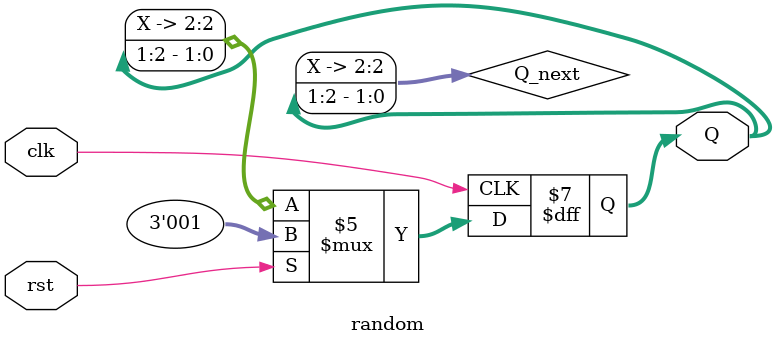
<source format=sv>


`timescale 1 ns / 1 ps

module random
    #(parameter N = 3) (
        input logic clk,
        input logic rst,
        output logic [1:N] Q
    );

logic [1:N] Q_next;
logic taps;

//procedural
//********************************************************************//
always @(posedge clk) begin
    if(rst)
        Q <= 'd1;
    else
        Q <= Q_next;
end

//combinational 
//********************************************************************//
always_comb begin
    Q_next = {taps, Q[1:N - 1]};
    case (N)
        3: taps = Q[3] ^ Q[2];
        4: taps = Q[3] ^ Q[4];
        5: taps = Q[5] ^ Q[3];
    endcase
end

//N=3
//assign taps = Q[3] ^ Q[2]

//N=4
//assign taps = Q[3] ^ Q[4]

//N=5
//assign taps = Q[5] ^ Q[3]

/*tak sie podaje parametr:
random #(.N(4)) myrandom (
    .clk(clk),
    .rst(rst),
    .Q(Q)
);
*/



endmodule

</source>
